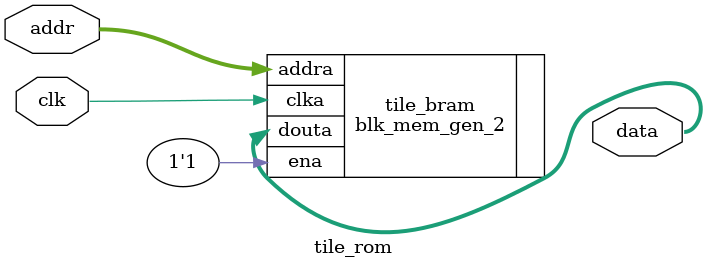
<source format=sv>

module tile_rom (
    input  logic        clk,           // 100 MHz clock (fast clock)
    input  logic [13:0] addr,          // 14-bit address (up to 16384 words)
    output logic [11:0] data           // 12-bit output (RGB444 or tile index)
);

    // Instantiate Block RAM for combined tile + tilemap storage
    // Configuration: 16384 x 12-bit, Single Port ROM
    // Uses 100 MHz clock for fast reads
    blk_mem_gen_2 tile_bram (
        .clka(clk),
        .ena(1'b1),
        .addra(addr),          // Full 14-bit address for 16384 words
        .douta(data)           // 12-bit output
    );

endmodule

</source>
